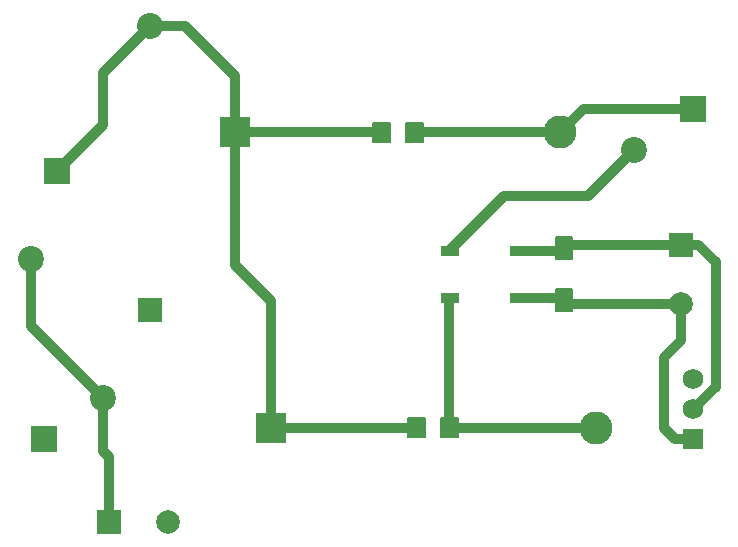
<source format=gbl>
G75*
G70*
%OFA0B0*%
%FSLAX24Y24*%
%IPPOS*%
%LPD*%
%AMOC8*
5,1,8,0,0,1.08239X$1,22.5*
%
%ADD10C,0.0063*%
%ADD11R,0.0984X0.0984*%
%ADD12C,0.1102*%
%ADD13C,0.0033*%
%ADD14C,0.0059*%
%ADD15C,0.0787*%
%ADD16R,0.0787X0.0787*%
%ADD17R,0.0689X0.0689*%
%ADD18C,0.0689*%
%ADD19C,0.0866*%
%ADD20R,0.0866X0.0866*%
%ADD21C,0.0320*%
D10*
X036673Y026949D02*
X037241Y026949D01*
X036673Y026949D02*
X036673Y027595D01*
X037241Y027595D01*
X037241Y026949D01*
X037241Y027011D02*
X036673Y027011D01*
X036673Y027073D02*
X037241Y027073D01*
X037241Y027135D02*
X036673Y027135D01*
X036673Y027197D02*
X037241Y027197D01*
X037241Y027259D02*
X036673Y027259D01*
X036673Y027321D02*
X037241Y027321D01*
X037241Y027383D02*
X036673Y027383D01*
X036673Y027445D02*
X037241Y027445D01*
X037241Y027507D02*
X036673Y027507D01*
X036673Y027569D02*
X037241Y027569D01*
X037775Y026949D02*
X038343Y026949D01*
X037775Y026949D02*
X037775Y027595D01*
X038343Y027595D01*
X038343Y026949D01*
X038343Y027011D02*
X037775Y027011D01*
X037775Y027073D02*
X038343Y027073D01*
X038343Y027135D02*
X037775Y027135D01*
X037775Y027197D02*
X038343Y027197D01*
X038343Y027259D02*
X037775Y027259D01*
X037775Y027321D02*
X038343Y027321D01*
X038343Y027383D02*
X037775Y027383D01*
X037775Y027445D02*
X038343Y027445D01*
X038343Y027507D02*
X037775Y027507D01*
X037775Y027569D02*
X038343Y027569D01*
X037162Y036791D02*
X036594Y036791D01*
X036594Y037437D01*
X037162Y037437D01*
X037162Y036791D01*
X037162Y036853D02*
X036594Y036853D01*
X036594Y036915D02*
X037162Y036915D01*
X037162Y036977D02*
X036594Y036977D01*
X036594Y037039D02*
X037162Y037039D01*
X037162Y037101D02*
X036594Y037101D01*
X036594Y037163D02*
X037162Y037163D01*
X037162Y037225D02*
X036594Y037225D01*
X036594Y037287D02*
X037162Y037287D01*
X037162Y037349D02*
X036594Y037349D01*
X036594Y037411D02*
X037162Y037411D01*
X036060Y036791D02*
X035492Y036791D01*
X035492Y037437D01*
X036060Y037437D01*
X036060Y036791D01*
X036060Y036853D02*
X035492Y036853D01*
X035492Y036915D02*
X036060Y036915D01*
X036060Y036977D02*
X035492Y036977D01*
X035492Y037039D02*
X036060Y037039D01*
X036060Y037101D02*
X035492Y037101D01*
X035492Y037163D02*
X036060Y037163D01*
X036060Y037225D02*
X035492Y037225D01*
X035492Y037287D02*
X036060Y037287D01*
X036060Y037349D02*
X035492Y037349D01*
X035492Y037411D02*
X036060Y037411D01*
D11*
X030913Y037114D03*
X032094Y027272D03*
D12*
X042921Y027272D03*
X041740Y037114D03*
D13*
X040651Y033328D02*
X040073Y033328D01*
X040651Y033328D02*
X040651Y033026D01*
X040073Y033026D01*
X040073Y033328D01*
X040073Y033058D02*
X040651Y033058D01*
X040651Y033090D02*
X040073Y033090D01*
X040073Y033122D02*
X040651Y033122D01*
X040651Y033154D02*
X040073Y033154D01*
X040073Y033186D02*
X040651Y033186D01*
X040651Y033218D02*
X040073Y033218D01*
X040073Y033250D02*
X040651Y033250D01*
X040651Y033282D02*
X040073Y033282D01*
X040073Y033314D02*
X040651Y033314D01*
X040651Y031753D02*
X040073Y031753D01*
X040651Y031753D02*
X040651Y031451D01*
X040073Y031451D01*
X040073Y031753D01*
X040073Y031483D02*
X040651Y031483D01*
X040651Y031515D02*
X040073Y031515D01*
X040073Y031547D02*
X040651Y031547D01*
X040651Y031579D02*
X040073Y031579D01*
X040073Y031611D02*
X040651Y031611D01*
X040651Y031643D02*
X040073Y031643D01*
X040073Y031675D02*
X040651Y031675D01*
X040651Y031707D02*
X040073Y031707D01*
X040073Y031739D02*
X040651Y031739D01*
X038328Y031753D02*
X037750Y031753D01*
X038328Y031753D02*
X038328Y031451D01*
X037750Y031451D01*
X037750Y031753D01*
X037750Y031483D02*
X038328Y031483D01*
X038328Y031515D02*
X037750Y031515D01*
X037750Y031547D02*
X038328Y031547D01*
X038328Y031579D02*
X037750Y031579D01*
X037750Y031611D02*
X038328Y031611D01*
X038328Y031643D02*
X037750Y031643D01*
X037750Y031675D02*
X038328Y031675D01*
X038328Y031707D02*
X037750Y031707D01*
X037750Y031739D02*
X038328Y031739D01*
X038328Y033328D02*
X037750Y033328D01*
X038328Y033328D02*
X038328Y033026D01*
X037750Y033026D01*
X037750Y033328D01*
X037750Y033058D02*
X038328Y033058D01*
X038328Y033090D02*
X037750Y033090D01*
X037750Y033122D02*
X038328Y033122D01*
X038328Y033154D02*
X037750Y033154D01*
X037750Y033186D02*
X038328Y033186D01*
X038328Y033218D02*
X037750Y033218D01*
X037750Y033250D02*
X038328Y033250D01*
X038328Y033282D02*
X037750Y033282D01*
X037750Y033314D02*
X038328Y033314D01*
D14*
X042144Y033620D02*
X042144Y032892D01*
X041612Y032892D01*
X041612Y033620D01*
X042144Y033620D01*
X042144Y032950D02*
X041612Y032950D01*
X041612Y033008D02*
X042144Y033008D01*
X042144Y033066D02*
X041612Y033066D01*
X041612Y033124D02*
X042144Y033124D01*
X042144Y033182D02*
X041612Y033182D01*
X041612Y033240D02*
X042144Y033240D01*
X042144Y033298D02*
X041612Y033298D01*
X041612Y033356D02*
X042144Y033356D01*
X042144Y033414D02*
X041612Y033414D01*
X041612Y033472D02*
X042144Y033472D01*
X042144Y033530D02*
X041612Y033530D01*
X041612Y033588D02*
X042144Y033588D01*
X042144Y031888D02*
X042144Y031160D01*
X041612Y031160D01*
X041612Y031888D01*
X042144Y031888D01*
X042144Y031218D02*
X041612Y031218D01*
X041612Y031276D02*
X042144Y031276D01*
X042144Y031334D02*
X041612Y031334D01*
X041612Y031392D02*
X042144Y031392D01*
X042144Y031450D02*
X041612Y031450D01*
X041612Y031508D02*
X042144Y031508D01*
X042144Y031566D02*
X041612Y031566D01*
X041612Y031624D02*
X042144Y031624D01*
X042144Y031682D02*
X041612Y031682D01*
X041612Y031740D02*
X042144Y031740D01*
X042144Y031798D02*
X041612Y031798D01*
X041612Y031856D02*
X042144Y031856D01*
D15*
X045776Y031406D03*
X028650Y024122D03*
D16*
X026681Y024122D03*
X028059Y031209D03*
X045776Y033374D03*
D17*
X046169Y026878D03*
D18*
X046169Y027878D03*
X046169Y028878D03*
D19*
X044201Y036524D03*
X028059Y040657D03*
X024083Y032882D03*
X026484Y028256D03*
D20*
X024516Y026878D03*
X024949Y035835D03*
X046169Y037902D03*
D21*
X043807Y037902D01*
X042528Y037902D01*
X041740Y037114D01*
X036878Y037114D01*
X035776Y037114D02*
X030913Y037114D01*
X030913Y032685D01*
X031996Y031602D01*
X032094Y031504D01*
X032094Y027272D01*
X036957Y027272D01*
X038039Y027291D02*
X038059Y027272D01*
X042921Y027272D01*
X045185Y027272D02*
X045185Y029594D01*
X045776Y030185D01*
X045776Y031406D01*
X041996Y031406D01*
X041878Y031524D01*
X041799Y031602D01*
X040362Y031602D01*
X040362Y033177D02*
X041799Y033177D01*
X041878Y033256D01*
X041996Y033374D01*
X045776Y033374D01*
X046327Y033374D01*
X046917Y032783D01*
X046917Y029870D01*
X046917Y028626D01*
X046169Y027878D01*
X046169Y026878D02*
X045579Y026878D01*
X045185Y027272D01*
X038039Y027291D02*
X038039Y031602D01*
X038039Y033177D02*
X039850Y034988D01*
X041720Y034988D01*
X042665Y034988D01*
X044201Y036524D01*
X035776Y037114D02*
X035539Y037114D01*
X030913Y037114D02*
X030913Y038984D01*
X029240Y040657D01*
X028059Y040657D01*
X026484Y039083D01*
X026484Y038965D01*
X026484Y037370D01*
X024949Y035835D01*
X024083Y032882D02*
X024083Y032862D01*
X024083Y030657D01*
X026484Y028256D01*
X026484Y026484D01*
X026681Y026287D01*
X026681Y024122D01*
M02*

</source>
